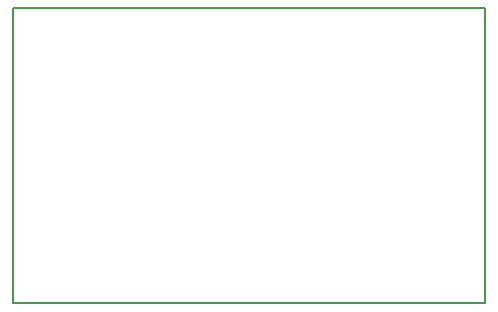
<source format=gbr>
G04 #@! TF.GenerationSoftware,KiCad,Pcbnew,(5.1.0-1152-gc9ccd8a64)*
G04 #@! TF.CreationDate,2019-07-22T10:50:57-04:00*
G04 #@! TF.ProjectId,current_sensor,63757272-656e-4745-9f73-656e736f722e,rev?*
G04 #@! TF.SameCoordinates,Original*
G04 #@! TF.FileFunction,Profile,NP*
%FSLAX46Y46*%
G04 Gerber Fmt 4.6, Leading zero omitted, Abs format (unit mm)*
G04 Created by KiCad (PCBNEW (5.1.0-1152-gc9ccd8a64)) date 2019-07-22 10:50:57*
%MOMM*%
%LPD*%
G04 APERTURE LIST*
%ADD10C,0.200000*%
G04 APERTURE END LIST*
D10*
X133000000Y-97000000D02*
X133000000Y-72000000D01*
X173000000Y-97000000D02*
X133000000Y-97000000D01*
X173000000Y-72000000D02*
X173000000Y-97000000D01*
X133000000Y-72000000D02*
X173000000Y-72000000D01*
M02*

</source>
